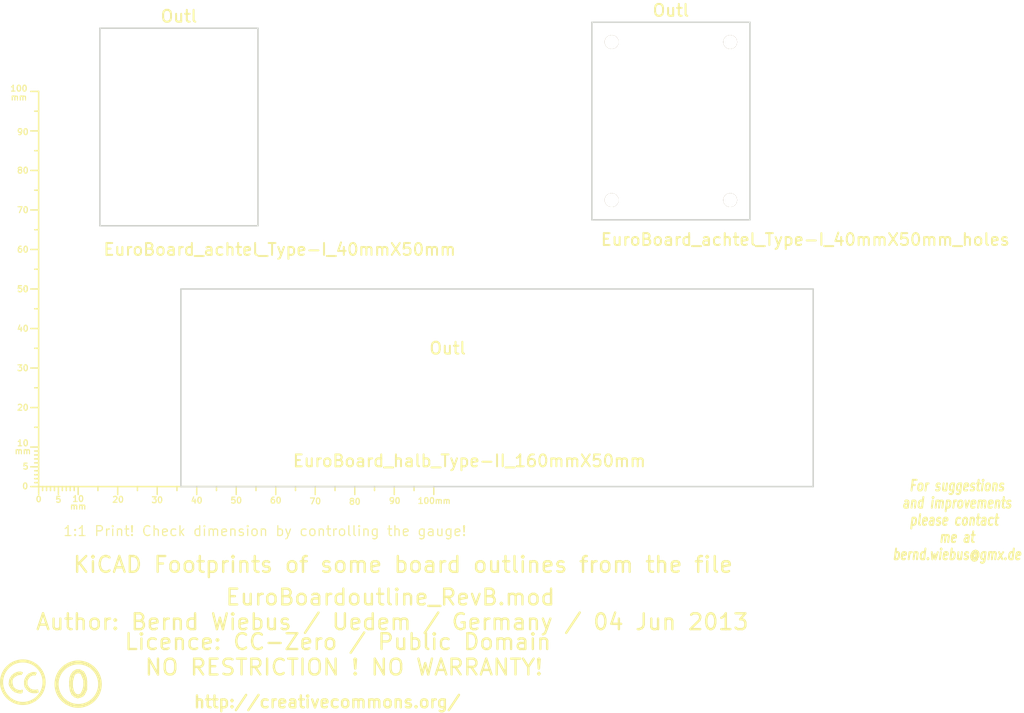
<source format=kicad_pcb>
(kicad_pcb (version 3) (host pcbnew "(2013-03-30 BZR 4007)-stable")

  (general
    (links 0)
    (no_connects 0)
    (area -16.90696 15.4963 284.55359 197.1694)
    (thickness 1.6002)
    (drawings 7)
    (tracks 0)
    (zones 0)
    (modules 6)
    (nets 1)
  )

  (page A4)
  (layers
    (15 Vorderseite signal)
    (0 Rückseite signal)
    (16 B.Adhes user)
    (17 F.Adhes user)
    (18 B.Paste user)
    (19 F.Paste user)
    (20 B.SilkS user)
    (21 F.SilkS user)
    (22 B.Mask user)
    (23 F.Mask user)
    (24 Dwgs.User user)
    (25 Cmts.User user)
    (26 Eco1.User user)
    (27 Eco2.User user)
    (28 Edge.Cuts user)
  )

  (setup
    (last_trace_width 0.2032)
    (trace_clearance 0.254)
    (zone_clearance 0.508)
    (zone_45_only no)
    (trace_min 0.2032)
    (segment_width 0.381)
    (edge_width 0.381)
    (via_size 0.889)
    (via_drill 0.635)
    (via_min_size 0.889)
    (via_min_drill 0.508)
    (uvia_size 0.508)
    (uvia_drill 0.127)
    (uvias_allowed no)
    (uvia_min_size 0.508)
    (uvia_min_drill 0.127)
    (pcb_text_width 0.3048)
    (pcb_text_size 1.524 2.032)
    (mod_edge_width 0.381)
    (mod_text_size 1.524 1.524)
    (mod_text_width 0.3048)
    (pad_size 1.524 1.524)
    (pad_drill 0.8128)
    (pad_to_mask_clearance 0.254)
    (aux_axis_origin 0 0)
    (visible_elements 7FFFFFFF)
    (pcbplotparams
      (layerselection 3178497)
      (usegerberextensions true)
      (excludeedgelayer true)
      (linewidth 60)
      (plotframeref false)
      (viasonmask false)
      (mode 1)
      (useauxorigin false)
      (hpglpennumber 1)
      (hpglpenspeed 20)
      (hpglpendiameter 15)
      (hpglpenoverlay 0)
      (psnegative false)
      (psa4output false)
      (plotreference true)
      (plotvalue true)
      (plotothertext true)
      (plotinvisibletext false)
      (padsonsilk false)
      (subtractmaskfromsilk false)
      (outputformat 1)
      (mirror false)
      (drillshape 1)
      (scaleselection 1)
      (outputdirectory ""))
  )

  (net 0 "")

  (net_class Default "Dies ist die voreingestellte Netzklasse."
    (clearance 0.254)
    (trace_width 0.2032)
    (via_dia 0.889)
    (via_drill 0.635)
    (uvia_dia 0.508)
    (uvia_drill 0.127)
    (add_net "")
  )

  (module Gauge_100mm_Type2_SilkScreenTop_RevA_Date22Jun2010 (layer Vorderseite) (tedit 4D963937) (tstamp 4D88F07A)
    (at 25 138)
    (descr "Gauge, Massstab, 100mm, SilkScreenTop, Type 2,")
    (tags "Gauge, Massstab, 100mm, SilkScreenTop, Type 2,")
    (path Gauge_100mm_Type2_SilkScreenTop_RevA_Date22Jun2010)
    (fp_text reference MSC (at 4.0005 8.99922) (layer F.SilkS) hide
      (effects (font (size 1.524 1.524) (thickness 0.3048)))
    )
    (fp_text value Gauge_100mm_Type2_SilkScreenTop_RevA_Date22Jun2010 (at 45.9994 8.99922) (layer F.SilkS) hide
      (effects (font (size 1.524 1.524) (thickness 0.3048)))
    )
    (fp_text user mm (at 9.99998 5.00126) (layer F.SilkS)
      (effects (font (size 1.524 1.524) (thickness 0.3048)))
    )
    (fp_text user mm (at -4.0005 -8.99922) (layer F.SilkS)
      (effects (font (size 1.524 1.524) (thickness 0.3048)))
    )
    (fp_text user mm (at -5.00126 -98.5012) (layer F.SilkS)
      (effects (font (size 1.524 1.524) (thickness 0.3048)))
    )
    (fp_text user 10 (at 10.00506 3.0988) (layer F.SilkS)
      (effects (font (size 1.50114 1.50114) (thickness 0.29972)))
    )
    (fp_text user 0 (at 0.00508 3.19786) (layer F.SilkS)
      (effects (font (size 1.39954 1.50114) (thickness 0.29972)))
    )
    (fp_text user 5 (at 5.0038 3.29946) (layer F.SilkS)
      (effects (font (size 1.50114 1.50114) (thickness 0.29972)))
    )
    (fp_text user 20 (at 20.1041 3.29946) (layer F.SilkS)
      (effects (font (size 1.50114 1.50114) (thickness 0.29972)))
    )
    (fp_text user 30 (at 30.00502 3.39852) (layer F.SilkS)
      (effects (font (size 1.50114 1.50114) (thickness 0.29972)))
    )
    (fp_text user 40 (at 40.005 3.50012) (layer F.SilkS)
      (effects (font (size 1.50114 1.50114) (thickness 0.29972)))
    )
    (fp_text user 50 (at 50.00498 3.50012) (layer F.SilkS)
      (effects (font (size 1.50114 1.50114) (thickness 0.29972)))
    )
    (fp_text user 60 (at 60.00496 3.50012) (layer F.SilkS)
      (effects (font (size 1.50114 1.50114) (thickness 0.29972)))
    )
    (fp_text user 70 (at 70.00494 3.70078) (layer F.SilkS)
      (effects (font (size 1.50114 1.50114) (thickness 0.29972)))
    )
    (fp_text user 80 (at 80.00492 3.79984) (layer F.SilkS)
      (effects (font (size 1.50114 1.50114) (thickness 0.29972)))
    )
    (fp_text user 90 (at 90.1065 3.60172) (layer F.SilkS)
      (effects (font (size 1.50114 1.50114) (thickness 0.29972)))
    )
    (fp_text user 100mm (at 100.10648 3.60172) (layer F.SilkS)
      (effects (font (size 1.50114 1.50114) (thickness 0.29972)))
    )
    (fp_line (start 0 -8.99922) (end -1.00076 -8.99922) (layer F.SilkS) (width 0.381))
    (fp_line (start 0 -8.001) (end -1.00076 -8.001) (layer F.SilkS) (width 0.381))
    (fp_line (start 0 -7.00024) (end -1.00076 -7.00024) (layer F.SilkS) (width 0.381))
    (fp_line (start 0 -5.99948) (end -1.00076 -5.99948) (layer F.SilkS) (width 0.381))
    (fp_line (start 0 -4.0005) (end -1.00076 -4.0005) (layer F.SilkS) (width 0.381))
    (fp_line (start 0 -2.99974) (end -1.00076 -2.99974) (layer F.SilkS) (width 0.381))
    (fp_line (start 0 -1.99898) (end -1.00076 -1.99898) (layer F.SilkS) (width 0.381))
    (fp_line (start 0 -1.00076) (end -1.00076 -1.00076) (layer F.SilkS) (width 0.381))
    (fp_line (start 0 0) (end -1.99898 0) (layer F.SilkS) (width 0.381))
    (fp_line (start 0 -5.00126) (end -1.99898 -5.00126) (layer F.SilkS) (width 0.381))
    (fp_line (start 0 -9.99998) (end -1.99898 -9.99998) (layer F.SilkS) (width 0.381))
    (fp_line (start 0 -15.00124) (end -1.00076 -15.00124) (layer F.SilkS) (width 0.381))
    (fp_line (start 0 -19.99996) (end -1.99898 -19.99996) (layer F.SilkS) (width 0.381))
    (fp_line (start 0 -25.00122) (end -1.00076 -25.00122) (layer F.SilkS) (width 0.381))
    (fp_line (start 0 -29.99994) (end -1.99898 -29.99994) (layer F.SilkS) (width 0.381))
    (fp_line (start 0 -35.0012) (end -1.00076 -35.0012) (layer F.SilkS) (width 0.381))
    (fp_line (start 0 -39.99992) (end -1.99898 -39.99992) (layer F.SilkS) (width 0.381))
    (fp_line (start 0 -45.00118) (end -1.00076 -45.00118) (layer F.SilkS) (width 0.381))
    (fp_line (start 0 -49.9999) (end -1.99898 -49.9999) (layer F.SilkS) (width 0.381))
    (fp_line (start 0 -55.00116) (end -1.00076 -55.00116) (layer F.SilkS) (width 0.381))
    (fp_line (start 0 -59.99988) (end -1.99898 -59.99988) (layer F.SilkS) (width 0.381))
    (fp_line (start 0 -65.00114) (end -1.00076 -65.00114) (layer F.SilkS) (width 0.381))
    (fp_line (start 0 -69.99986) (end -1.99898 -69.99986) (layer F.SilkS) (width 0.381))
    (fp_line (start 0 -75.00112) (end -1.00076 -75.00112) (layer F.SilkS) (width 0.381))
    (fp_line (start 0 -79.99984) (end -1.99898 -79.99984) (layer F.SilkS) (width 0.381))
    (fp_line (start 0 -85.0011) (end -1.00076 -85.0011) (layer F.SilkS) (width 0.381))
    (fp_line (start 0 -89.99982) (end -1.99898 -89.99982) (layer F.SilkS) (width 0.381))
    (fp_line (start 0 -95.00108) (end -1.00076 -95.00108) (layer F.SilkS) (width 0.381))
    (fp_line (start 0 0) (end 0 -99.9998) (layer F.SilkS) (width 0.381))
    (fp_line (start 0 -99.9998) (end -1.99898 -99.9998) (layer F.SilkS) (width 0.381))
    (fp_text user 100 (at -4.99872 -100.7491) (layer F.SilkS)
      (effects (font (size 1.50114 1.50114) (thickness 0.29972)))
    )
    (fp_text user 90 (at -4.0005 -89.7509) (layer F.SilkS)
      (effects (font (size 1.50114 1.50114) (thickness 0.29972)))
    )
    (fp_text user 80 (at -4.0005 -79.99984) (layer F.SilkS)
      (effects (font (size 1.50114 1.50114) (thickness 0.29972)))
    )
    (fp_text user 70 (at -4.0005 -69.99986) (layer F.SilkS)
      (effects (font (size 1.50114 1.50114) (thickness 0.29972)))
    )
    (fp_text user 60 (at -4.0005 -59.99988) (layer F.SilkS)
      (effects (font (size 1.50114 1.50114) (thickness 0.29972)))
    )
    (fp_text user 50 (at -4.0005 -49.9999) (layer F.SilkS)
      (effects (font (size 1.50114 1.50114) (thickness 0.34036)))
    )
    (fp_text user 40 (at -4.0005 -39.99992) (layer F.SilkS)
      (effects (font (size 1.50114 1.50114) (thickness 0.29972)))
    )
    (fp_text user 30 (at -4.0005 -29.99994) (layer F.SilkS)
      (effects (font (size 1.50114 1.50114) (thickness 0.29972)))
    )
    (fp_text user 20 (at -4.0005 -19.99996) (layer F.SilkS)
      (effects (font (size 1.50114 1.50114) (thickness 0.29972)))
    )
    (fp_line (start 95.00108 0) (end 95.00108 1.00076) (layer F.SilkS) (width 0.381))
    (fp_line (start 89.99982 0) (end 89.99982 1.99898) (layer F.SilkS) (width 0.381))
    (fp_line (start 85.0011 0) (end 85.0011 1.00076) (layer F.SilkS) (width 0.381))
    (fp_line (start 79.99984 0) (end 79.99984 1.99898) (layer F.SilkS) (width 0.381))
    (fp_line (start 75.00112 0) (end 75.00112 1.00076) (layer F.SilkS) (width 0.381))
    (fp_line (start 69.99986 0) (end 69.99986 1.99898) (layer F.SilkS) (width 0.381))
    (fp_line (start 65.00114 0) (end 65.00114 1.00076) (layer F.SilkS) (width 0.381))
    (fp_line (start 59.99988 0) (end 59.99988 1.99898) (layer F.SilkS) (width 0.381))
    (fp_line (start 55.00116 0) (end 55.00116 1.00076) (layer F.SilkS) (width 0.381))
    (fp_line (start 49.9999 0) (end 49.9999 1.99898) (layer F.SilkS) (width 0.381))
    (fp_line (start 45.00118 0) (end 45.00118 1.00076) (layer F.SilkS) (width 0.381))
    (fp_line (start 39.99992 0) (end 39.99992 1.99898) (layer F.SilkS) (width 0.381))
    (fp_line (start 35.0012 0) (end 35.0012 1.00076) (layer F.SilkS) (width 0.381))
    (fp_line (start 29.99994 0) (end 29.99994 1.99898) (layer F.SilkS) (width 0.381))
    (fp_line (start 25.00122 0) (end 25.00122 1.00076) (layer F.SilkS) (width 0.381))
    (fp_line (start 19.99996 0) (end 19.99996 1.99898) (layer F.SilkS) (width 0.381))
    (fp_line (start 15.00124 0) (end 15.00124 1.00076) (layer F.SilkS) (width 0.381))
    (fp_line (start 9.99998 0) (end 99.9998 0) (layer F.SilkS) (width 0.381))
    (fp_line (start 99.9998 0) (end 99.9998 1.99898) (layer F.SilkS) (width 0.381))
    (fp_text user 5 (at -3.302 -5.10286) (layer F.SilkS)
      (effects (font (size 1.50114 1.50114) (thickness 0.29972)))
    )
    (fp_text user 0 (at -3.4036 -0.10414) (layer F.SilkS)
      (effects (font (size 1.50114 1.50114) (thickness 0.29972)))
    )
    (fp_text user 10 (at -4.0005 -11.00074) (layer F.SilkS)
      (effects (font (size 1.50114 1.50114) (thickness 0.29972)))
    )
    (fp_line (start 8.99922 0) (end 8.99922 1.00076) (layer F.SilkS) (width 0.381))
    (fp_line (start 8.001 0) (end 8.001 1.00076) (layer F.SilkS) (width 0.381))
    (fp_line (start 7.00024 0) (end 7.00024 1.00076) (layer F.SilkS) (width 0.381))
    (fp_line (start 5.99948 0) (end 5.99948 1.00076) (layer F.SilkS) (width 0.381))
    (fp_line (start 4.0005 0) (end 4.0005 1.00076) (layer F.SilkS) (width 0.381))
    (fp_line (start 2.99974 0) (end 2.99974 1.00076) (layer F.SilkS) (width 0.381))
    (fp_line (start 1.99898 0) (end 1.99898 1.00076) (layer F.SilkS) (width 0.381))
    (fp_line (start 1.00076 0) (end 1.00076 1.00076) (layer F.SilkS) (width 0.381))
    (fp_line (start 5.00126 0) (end 5.00126 1.99898) (layer F.SilkS) (width 0.381))
    (fp_line (start 0 0) (end 0 1.99898) (layer F.SilkS) (width 0.381))
    (fp_line (start 0 0) (end 9.99998 0) (layer F.SilkS) (width 0.381))
    (fp_line (start 9.99998 0) (end 9.99998 1.99898) (layer F.SilkS) (width 0.381))
  )

  (module Symbol_CC-PublicDomain_SilkScreenTop_Big (layer Vorderseite) (tedit 515D641F) (tstamp 515F0B64)
    (at 35 188)
    (descr "Symbol, CC-PublicDomain, SilkScreen Top, Big,")
    (tags "Symbol, CC-PublicDomain, SilkScreen Top, Big,")
    (path Symbol_CC-Noncommercial_CopperTop_Big)
    (fp_text reference Sym (at 0.59944 -7.29996) (layer F.SilkS) hide
      (effects (font (size 1.524 1.524) (thickness 0.3048)))
    )
    (fp_text value Symbol_CC-PublicDomain_SilkScreenTop_Big (at 0.59944 8.001) (layer F.SilkS) hide
      (effects (font (size 1.524 1.524) (thickness 0.3048)))
    )
    (fp_circle (center 0 0) (end 5.8 -0.05) (layer F.SilkS) (width 0.381))
    (fp_circle (center 0 0) (end 5.5 0) (layer F.SilkS) (width 0.381))
    (fp_circle (center 0.05 0) (end 5.25 0) (layer F.SilkS) (width 0.381))
    (fp_line (start 1.1 -2.5) (end 1.4 -1.9) (layer F.SilkS) (width 0.381))
    (fp_line (start -1.8 1.2) (end -1.6 1.9) (layer F.SilkS) (width 0.381))
    (fp_line (start -1.6 1.9) (end -1.2 2.5) (layer F.SilkS) (width 0.381))
    (fp_line (start 0 -3) (end 0.75 -2.75) (layer F.SilkS) (width 0.381))
    (fp_line (start 0.75 -2.75) (end 1 -2.25) (layer F.SilkS) (width 0.381))
    (fp_line (start 1 -2.25) (end 1.5 -1) (layer F.SilkS) (width 0.381))
    (fp_line (start 1.5 -1) (end 1.5 -0.5) (layer F.SilkS) (width 0.381))
    (fp_line (start 1.5 -0.5) (end 1.5 0.5) (layer F.SilkS) (width 0.381))
    (fp_line (start 1.5 0.5) (end 1.25 1.5) (layer F.SilkS) (width 0.381))
    (fp_line (start 1.25 1.5) (end 0.75 2.5) (layer F.SilkS) (width 0.381))
    (fp_line (start 0.75 2.5) (end 0.25 2.75) (layer F.SilkS) (width 0.381))
    (fp_line (start 0.25 2.75) (end -0.25 2.75) (layer F.SilkS) (width 0.381))
    (fp_line (start -0.25 2.75) (end -0.75 2.5) (layer F.SilkS) (width 0.381))
    (fp_line (start -0.75 2.5) (end -1.25 1.75) (layer F.SilkS) (width 0.381))
    (fp_line (start -1.25 1.75) (end -1.5 0.75) (layer F.SilkS) (width 0.381))
    (fp_line (start -1.5 0.75) (end -1.5 -0.75) (layer F.SilkS) (width 0.381))
    (fp_line (start -1.5 -0.75) (end -1.25 -1.75) (layer F.SilkS) (width 0.381))
    (fp_line (start -1.25 -1.75) (end -1 -2.5) (layer F.SilkS) (width 0.381))
    (fp_line (start -1 -2.5) (end -0.3 -2.9) (layer F.SilkS) (width 0.381))
    (fp_line (start -0.3 -2.9) (end 0.2 -3) (layer F.SilkS) (width 0.381))
    (fp_line (start 0.2 -3) (end 0.8 -3) (layer F.SilkS) (width 0.381))
    (fp_line (start 0.8 -3) (end 1.4 -2.3) (layer F.SilkS) (width 0.381))
    (fp_line (start 1.4 -2.3) (end 1.6 -1.4) (layer F.SilkS) (width 0.381))
    (fp_line (start 1.6 -1.4) (end 1.7 -0.3) (layer F.SilkS) (width 0.381))
    (fp_line (start 1.7 -0.3) (end 1.7 0.9) (layer F.SilkS) (width 0.381))
    (fp_line (start 1.7 0.9) (end 1.4 1.8) (layer F.SilkS) (width 0.381))
    (fp_line (start 1.4 1.8) (end 1 2.7) (layer F.SilkS) (width 0.381))
    (fp_line (start 1 2.7) (end 0.5 3) (layer F.SilkS) (width 0.381))
    (fp_line (start 0.5 3) (end -0.4 3) (layer F.SilkS) (width 0.381))
    (fp_line (start -0.4 3) (end -1.3 2.3) (layer F.SilkS) (width 0.381))
    (fp_line (start -1.3 2.3) (end -1.7 1) (layer F.SilkS) (width 0.381))
    (fp_line (start -1.7 1) (end -1.8 -0.7) (layer F.SilkS) (width 0.381))
    (fp_line (start -1.8 -0.7) (end -1.4 -2.2) (layer F.SilkS) (width 0.381))
    (fp_line (start -1.4 -2.2) (end -1 -2.9) (layer F.SilkS) (width 0.381))
    (fp_line (start -1 -2.9) (end -0.2 -3.3) (layer F.SilkS) (width 0.381))
    (fp_line (start -0.2 -3.3) (end 0.7 -3.2) (layer F.SilkS) (width 0.381))
    (fp_line (start 0.7 -3.2) (end 1.3 -3.1) (layer F.SilkS) (width 0.381))
    (fp_line (start 1.3 -3.1) (end 1.7 -2.4) (layer F.SilkS) (width 0.381))
    (fp_line (start 1.7 -2.4) (end 2 -1.6) (layer F.SilkS) (width 0.381))
    (fp_line (start 2 -1.6) (end 2.1 -0.6) (layer F.SilkS) (width 0.381))
    (fp_line (start 2.1 -0.6) (end 2.1 0.3) (layer F.SilkS) (width 0.381))
    (fp_line (start 2.1 0.3) (end 2.1 1.3) (layer F.SilkS) (width 0.381))
    (fp_line (start 2.1 1.3) (end 1.9 1.8) (layer F.SilkS) (width 0.381))
    (fp_line (start 1.9 1.8) (end 1.5 2.6) (layer F.SilkS) (width 0.381))
    (fp_line (start 1.5 2.6) (end 1.1 3) (layer F.SilkS) (width 0.381))
    (fp_line (start 1.1 3) (end 0.4 3.3) (layer F.SilkS) (width 0.381))
    (fp_line (start 0.4 3.3) (end -0.1 3.4) (layer F.SilkS) (width 0.381))
    (fp_line (start -0.1 3.4) (end -0.8 3.2) (layer F.SilkS) (width 0.381))
    (fp_line (start -0.8 3.2) (end -1.5 2.6) (layer F.SilkS) (width 0.381))
    (fp_line (start -1.5 2.6) (end -1.9 1.7) (layer F.SilkS) (width 0.381))
    (fp_line (start -1.9 1.7) (end -2.1 0.4) (layer F.SilkS) (width 0.381))
    (fp_line (start -2.1 0.4) (end -2.1 -0.6) (layer F.SilkS) (width 0.381))
    (fp_line (start -2.1 -0.6) (end -2 -1.6) (layer F.SilkS) (width 0.381))
    (fp_line (start -2 -1.6) (end -1.7 -2.4) (layer F.SilkS) (width 0.381))
    (fp_line (start -1.7 -2.4) (end -1.2 -3.1) (layer F.SilkS) (width 0.381))
    (fp_line (start -1.2 -3.1) (end -0.4 -3.6) (layer F.SilkS) (width 0.381))
    (fp_line (start -0.4 -3.6) (end 0.4 -3.6) (layer F.SilkS) (width 0.381))
    (fp_line (start 0.4 -3.6) (end 1.1 -3.2) (layer F.SilkS) (width 0.381))
    (fp_line (start 1.1 -3.2) (end 1.1 -2.9) (layer F.SilkS) (width 0.381))
    (fp_line (start 1.1 -2.9) (end 1.8 -1.5) (layer F.SilkS) (width 0.381))
    (fp_line (start 1.8 -1.5) (end 1.8 -0.4) (layer F.SilkS) (width 0.381))
    (fp_line (start 1.8 -0.4) (end 1.8 1.1) (layer F.SilkS) (width 0.381))
    (fp_line (start 1.8 1.1) (end 1.2 2.6) (layer F.SilkS) (width 0.381))
    (fp_line (start 1.2 2.6) (end 0.2 3.2) (layer F.SilkS) (width 0.381))
    (fp_line (start 0.2 3.2) (end -0.5 3.2) (layer F.SilkS) (width 0.381))
    (fp_line (start -0.5 3.2) (end -1.1 2.7) (layer F.SilkS) (width 0.381))
    (fp_line (start -1.1 2.7) (end -1.9 0.6) (layer F.SilkS) (width 0.381))
    (fp_line (start -1.9 0.6) (end -1.7 -1.9) (layer F.SilkS) (width 0.381))
  )

  (module Symbol_CreativeCommons_SilkScreenTop_Type2_Big (layer Vorderseite) (tedit 515D640C) (tstamp 515F46B2)
    (at 21 187.5)
    (descr "Symbol, Creative Commons, SilkScreen Top, Type 2, Big,")
    (tags "Symbol, Creative Commons, SilkScreen Top, Type 2, Big,")
    (path Symbol_CreativeCommons_CopperTop_Type2_Big)
    (fp_text reference Sym (at 0.59944 -7.29996) (layer F.SilkS) hide
      (effects (font (size 1.524 1.524) (thickness 0.3048)))
    )
    (fp_text value Symbol_CreativeCommons_Typ2_SilkScreenTop_Big (at 0.59944 8.001) (layer F.SilkS) hide
      (effects (font (size 1.524 1.524) (thickness 0.3048)))
    )
    (fp_line (start -0.70104 2.70002) (end -0.29972 2.60096) (layer F.SilkS) (width 0.381))
    (fp_line (start -0.29972 2.60096) (end -0.20066 2.10058) (layer F.SilkS) (width 0.381))
    (fp_line (start -2.49936 -1.69926) (end -2.70002 -1.6002) (layer F.SilkS) (width 0.381))
    (fp_line (start -2.70002 -1.6002) (end -3.0988 -1.00076) (layer F.SilkS) (width 0.381))
    (fp_line (start -3.0988 -1.00076) (end -3.29946 -0.50038) (layer F.SilkS) (width 0.381))
    (fp_line (start -3.29946 -0.50038) (end -3.40106 0.39878) (layer F.SilkS) (width 0.381))
    (fp_line (start -3.40106 0.39878) (end -3.29946 0.89916) (layer F.SilkS) (width 0.381))
    (fp_line (start -0.19812 2.4003) (end -0.29718 2.59842) (layer F.SilkS) (width 0.381))
    (fp_line (start 3.70078 2.10058) (end 3.79984 2.4003) (layer F.SilkS) (width 0.381))
    (fp_line (start 2.99974 -2.4003) (end 3.29946 -2.30124) (layer F.SilkS) (width 0.381))
    (fp_line (start 3.29946 -2.30124) (end 3.0988 -1.99898) (layer F.SilkS) (width 0.381))
    (fp_line (start 0 -5.40004) (end -0.50038 -5.40004) (layer F.SilkS) (width 0.381))
    (fp_line (start -0.50038 -5.40004) (end -1.30048 -5.10032) (layer F.SilkS) (width 0.381))
    (fp_line (start -1.30048 -5.10032) (end -1.99898 -4.89966) (layer F.SilkS) (width 0.381))
    (fp_line (start -1.99898 -4.89966) (end -2.70002 -4.699) (layer F.SilkS) (width 0.381))
    (fp_line (start -2.70002 -4.699) (end -3.29946 -4.20116) (layer F.SilkS) (width 0.381))
    (fp_line (start -3.29946 -4.20116) (end -4.0005 -3.59918) (layer F.SilkS) (width 0.381))
    (fp_line (start -4.0005 -3.59918) (end -4.50088 -2.99974) (layer F.SilkS) (width 0.381))
    (fp_line (start -4.50088 -2.99974) (end -5.00126 -2.10058) (layer F.SilkS) (width 0.381))
    (fp_line (start -5.00126 -2.10058) (end -5.30098 -1.09982) (layer F.SilkS) (width 0.381))
    (fp_line (start -5.30098 -1.09982) (end -5.40004 0.09906) (layer F.SilkS) (width 0.381))
    (fp_line (start -5.40004 0.09906) (end -5.19938 1.30048) (layer F.SilkS) (width 0.381))
    (fp_line (start -5.19938 1.30048) (end -4.8006 2.4003) (layer F.SilkS) (width 0.381))
    (fp_line (start -4.8006 2.4003) (end -3.79984 3.8989) (layer F.SilkS) (width 0.381))
    (fp_line (start -3.79984 3.8989) (end -2.60096 4.8006) (layer F.SilkS) (width 0.381))
    (fp_line (start -2.60096 4.8006) (end -1.30048 5.30098) (layer F.SilkS) (width 0.381))
    (fp_line (start -1.30048 5.30098) (end 0.09906 5.30098) (layer F.SilkS) (width 0.381))
    (fp_line (start 0.09906 5.30098) (end 1.6002 5.19938) (layer F.SilkS) (width 0.381))
    (fp_line (start 1.6002 5.19938) (end 2.60096 4.699) (layer F.SilkS) (width 0.381))
    (fp_line (start 2.60096 4.699) (end 4.20116 3.40106) (layer F.SilkS) (width 0.381))
    (fp_line (start 4.20116 3.40106) (end 5.00126 1.80086) (layer F.SilkS) (width 0.381))
    (fp_line (start 5.00126 1.80086) (end 5.40004 0.29972) (layer F.SilkS) (width 0.381))
    (fp_line (start 5.40004 0.29972) (end 5.19938 -1.39954) (layer F.SilkS) (width 0.381))
    (fp_line (start 5.19938 -1.39954) (end 4.699 -2.49936) (layer F.SilkS) (width 0.381))
    (fp_line (start 4.699 -2.49936) (end 3.40106 -4.09956) (layer F.SilkS) (width 0.381))
    (fp_line (start 3.40106 -4.09956) (end 2.4003 -4.8006) (layer F.SilkS) (width 0.381))
    (fp_line (start 2.4003 -4.8006) (end 1.39954 -5.19938) (layer F.SilkS) (width 0.381))
    (fp_line (start 1.39954 -5.19938) (end 0 -5.30098) (layer F.SilkS) (width 0.381))
    (fp_line (start 0.60198 -0.70104) (end 0.50292 -0.20066) (layer F.SilkS) (width 0.381))
    (fp_line (start 0.50292 -0.20066) (end 0.50292 0.49784) (layer F.SilkS) (width 0.381))
    (fp_line (start 0.50292 0.49784) (end 0.60198 1.09982) (layer F.SilkS) (width 0.381))
    (fp_line (start 0.60198 1.09982) (end 1.00076 1.69926) (layer F.SilkS) (width 0.381))
    (fp_line (start 1.00076 1.69926) (end 1.50114 2.19964) (layer F.SilkS) (width 0.381))
    (fp_line (start 1.50114 2.19964) (end 2.10058 2.49936) (layer F.SilkS) (width 0.381))
    (fp_line (start 2.10058 2.49936) (end 2.60096 2.59842) (layer F.SilkS) (width 0.381))
    (fp_line (start 2.60096 2.59842) (end 3.00228 2.59842) (layer F.SilkS) (width 0.381))
    (fp_line (start 3.00228 2.59842) (end 3.40106 2.59842) (layer F.SilkS) (width 0.381))
    (fp_line (start 3.40106 2.59842) (end 3.80238 2.49936) (layer F.SilkS) (width 0.381))
    (fp_line (start 3.80238 2.49936) (end 3.70078 2.2987) (layer F.SilkS) (width 0.381))
    (fp_line (start 3.70078 2.2987) (end 2.80162 2.4003) (layer F.SilkS) (width 0.381))
    (fp_line (start 2.80162 2.4003) (end 1.80086 2.09804) (layer F.SilkS) (width 0.381))
    (fp_line (start 1.80086 2.09804) (end 1.20142 1.6002) (layer F.SilkS) (width 0.381))
    (fp_line (start 1.20142 1.6002) (end 0.80264 0.6985) (layer F.SilkS) (width 0.381))
    (fp_line (start 0.80264 0.6985) (end 0.70104 -0.29972) (layer F.SilkS) (width 0.381))
    (fp_line (start 0.70104 -0.29972) (end 1.00076 -1.00076) (layer F.SilkS) (width 0.381))
    (fp_line (start 1.00076 -1.00076) (end 1.60274 -1.7018) (layer F.SilkS) (width 0.381))
    (fp_line (start 1.60274 -1.7018) (end 2.30124 -2.10058) (layer F.SilkS) (width 0.381))
    (fp_line (start 2.30124 -2.10058) (end 3.00228 -2.10058) (layer F.SilkS) (width 0.381))
    (fp_line (start 3.00228 -2.10058) (end 3.10134 -1.89992) (layer F.SilkS) (width 0.381))
    (fp_line (start 3.10134 -1.89992) (end 2.5019 -1.89992) (layer F.SilkS) (width 0.381))
    (fp_line (start 2.5019 -1.89992) (end 1.80086 -1.6002) (layer F.SilkS) (width 0.381))
    (fp_line (start 1.80086 -1.6002) (end 1.30048 -1.00076) (layer F.SilkS) (width 0.381))
    (fp_line (start 1.30048 -1.00076) (end 1.00076 -0.40132) (layer F.SilkS) (width 0.381))
    (fp_line (start 1.00076 -0.40132) (end 1.00076 0.09906) (layer F.SilkS) (width 0.381))
    (fp_line (start 1.00076 0.09906) (end 1.00076 0.6985) (layer F.SilkS) (width 0.381))
    (fp_line (start 1.00076 0.6985) (end 1.30048 1.19888) (layer F.SilkS) (width 0.381))
    (fp_line (start 1.30048 1.19888) (end 1.7018 1.69926) (layer F.SilkS) (width 0.381))
    (fp_line (start 1.7018 1.69926) (end 2.30124 1.99898) (layer F.SilkS) (width 0.381))
    (fp_line (start 2.30124 1.99898) (end 2.90068 2.09804) (layer F.SilkS) (width 0.381))
    (fp_line (start 2.90068 2.09804) (end 3.40106 2.09804) (layer F.SilkS) (width 0.381))
    (fp_line (start 3.40106 2.09804) (end 3.70078 1.99898) (layer F.SilkS) (width 0.381))
    (fp_line (start 3.00228 -2.4003) (end 2.40284 -2.4003) (layer F.SilkS) (width 0.381))
    (fp_line (start 2.40284 -2.4003) (end 2.00152 -2.20218) (layer F.SilkS) (width 0.381))
    (fp_line (start 2.00152 -2.20218) (end 1.50114 -2.00152) (layer F.SilkS) (width 0.381))
    (fp_line (start 1.50114 -2.00152) (end 1.10236 -1.6002) (layer F.SilkS) (width 0.381))
    (fp_line (start 1.10236 -1.6002) (end 0.80264 -1.09982) (layer F.SilkS) (width 0.381))
    (fp_line (start 0.80264 -1.09982) (end 0.60198 -0.70104) (layer F.SilkS) (width 0.381))
    (fp_line (start -0.39878 -1.99898) (end -0.89916 -1.99898) (layer F.SilkS) (width 0.381))
    (fp_line (start -0.89916 -1.99898) (end -1.39954 -1.89738) (layer F.SilkS) (width 0.381))
    (fp_line (start -1.39954 -1.89738) (end -1.89992 -1.59766) (layer F.SilkS) (width 0.381))
    (fp_line (start -1.89992 -1.59766) (end -2.4003 -1.19888) (layer F.SilkS) (width 0.381))
    (fp_line (start -2.4003 -1.30048) (end -2.70002 -0.8001) (layer F.SilkS) (width 0.381))
    (fp_line (start -2.70002 -0.8001) (end -2.79908 -0.29972) (layer F.SilkS) (width 0.381))
    (fp_line (start -2.79908 -0.29972) (end -2.79908 0.20066) (layer F.SilkS) (width 0.381))
    (fp_line (start -2.79908 0.20066) (end -2.59842 1.00076) (layer F.SilkS) (width 0.381))
    (fp_line (start -2.69748 1.00076) (end -2.39776 1.39954) (layer F.SilkS) (width 0.381))
    (fp_line (start -2.29616 1.4986) (end -1.79578 1.89992) (layer F.SilkS) (width 0.381))
    (fp_line (start -1.79578 1.89992) (end -1.29794 2.09804) (layer F.SilkS) (width 0.381))
    (fp_line (start -1.29794 2.09804) (end -0.89662 2.19964) (layer F.SilkS) (width 0.381))
    (fp_line (start -0.89662 2.19964) (end -0.49784 2.19964) (layer F.SilkS) (width 0.381))
    (fp_line (start -0.49784 2.19964) (end -0.19812 2.09804) (layer F.SilkS) (width 0.381))
    (fp_line (start -0.19812 2.09804) (end -0.29718 2.4003) (layer F.SilkS) (width 0.381))
    (fp_line (start -0.29718 2.4003) (end -0.89662 2.49936) (layer F.SilkS) (width 0.381))
    (fp_line (start -0.89662 2.49936) (end -1.59766 2.2987) (layer F.SilkS) (width 0.381))
    (fp_line (start -1.59766 2.2987) (end -2.29616 1.79832) (layer F.SilkS) (width 0.381))
    (fp_line (start -2.29616 1.79832) (end -2.79654 1.29794) (layer F.SilkS) (width 0.381))
    (fp_line (start -2.79908 1.39954) (end -2.99974 0.70104) (layer F.SilkS) (width 0.381))
    (fp_line (start -2.99974 0.70104) (end -3.0988 0) (layer F.SilkS) (width 0.381))
    (fp_line (start -3.0988 0) (end -2.99974 -0.59944) (layer F.SilkS) (width 0.381))
    (fp_line (start -2.99974 -0.8001) (end -2.70002 -1.30048) (layer F.SilkS) (width 0.381))
    (fp_line (start -2.70002 -1.09982) (end -2.19964 -1.6002) (layer F.SilkS) (width 0.381))
    (fp_line (start -2.19964 -1.69926) (end -1.69926 -1.99898) (layer F.SilkS) (width 0.381))
    (fp_line (start -1.69926 -1.99898) (end -1.19888 -2.19964) (layer F.SilkS) (width 0.381))
    (fp_line (start -1.19888 -2.19964) (end -0.6985 -2.19964) (layer F.SilkS) (width 0.381))
    (fp_line (start -0.6985 -2.19964) (end -0.29972 -2.19964) (layer F.SilkS) (width 0.381))
    (fp_line (start -0.29972 -2.19964) (end -0.20066 -2.39776) (layer F.SilkS) (width 0.381))
    (fp_line (start -0.20066 -2.39776) (end -0.59944 -2.49936) (layer F.SilkS) (width 0.381))
    (fp_line (start -0.59944 -2.49936) (end -1.00076 -2.49936) (layer F.SilkS) (width 0.381))
    (fp_line (start -1.00076 -2.49936) (end -1.4986 -2.39776) (layer F.SilkS) (width 0.381))
    (fp_line (start -1.4986 -2.39776) (end -2.10058 -2.09804) (layer F.SilkS) (width 0.381))
    (fp_line (start -2.10058 -2.09804) (end -2.59842 -1.69926) (layer F.SilkS) (width 0.381))
    (fp_line (start -2.59842 -1.6002) (end -3.0988 -0.89916) (layer F.SilkS) (width 0.381))
    (fp_line (start -3.0988 -0.89916) (end -3.29946 -0.29972) (layer F.SilkS) (width 0.381))
    (fp_line (start -3.29946 -0.29972) (end -3.29946 0.40132) (layer F.SilkS) (width 0.381))
    (fp_line (start -3.29946 0.40132) (end -3.2004 1.00076) (layer F.SilkS) (width 0.381))
    (fp_line (start -3.29946 0.8001) (end -2.99974 1.39954) (layer F.SilkS) (width 0.381))
    (fp_line (start -2.89814 1.4986) (end -2.49682 1.99898) (layer F.SilkS) (width 0.381))
    (fp_line (start -2.49682 1.99898) (end -1.89738 2.4003) (layer F.SilkS) (width 0.381))
    (fp_line (start -1.89738 2.4003) (end -1.19634 2.59842) (layer F.SilkS) (width 0.381))
    (fp_line (start -1.19634 2.59842) (end -0.69596 2.70002) (layer F.SilkS) (width 0.381))
    (fp_line (start -2.9972 1.19888) (end -2.59842 1.19888) (layer F.SilkS) (width 0.381))
    (fp_circle (center 0 0) (end 5.08 1.016) (layer F.SilkS) (width 0.381))
    (fp_circle (center 0 0) (end 5.588 0) (layer F.SilkS) (width 0.381))
  )

  (module EuroBoard_achtel_Type-I_40mmX50mm (layer Vorderseite) (tedit 51AE1AB0) (tstamp 51AE1D9B)
    (at 40.5 72)
    (descr "Outline, Eurocard 1/8, Type I,  40x50mm,")
    (tags "Outline, Eurocard 1/8, Type I, 40x50mm,")
    (fp_text reference Outl (at 19.99996 -52.99964) (layer F.SilkS)
      (effects (font (size 2.99974 2.99974) (thickness 0.50038)))
    )
    (fp_text value EuroBoard_achtel_Type-I_40mmX50mm (at 45.5 6) (layer F.SilkS)
      (effects (font (size 3.00228 3.00228) (thickness 0.50038)))
    )
    (fp_line (start 0 0) (end 39.99992 0) (layer Edge.Cuts) (width 0.381))
    (fp_line (start 39.99992 0) (end 39.99992 -49.9999) (layer Edge.Cuts) (width 0.381))
    (fp_line (start 39.99992 -49.9999) (end 0 -49.9999) (layer Edge.Cuts) (width 0.381))
    (fp_line (start 0 -49.9999) (end 0 0) (layer Edge.Cuts) (width 0.381))
  )

  (module EuroBoard_achtel_Type-I_40mmX50mm_holes (layer Vorderseite) (tedit 51AE1A96) (tstamp 51AE1E64)
    (at 165 70.5)
    (descr "Outline, Eurocard 1/8, Type I,  40x50mm, with holes 3,5mm,")
    (tags "Outline, Eurocard 1/8, Type I, 40x50mm, with holes 3,5mm,")
    (fp_text reference Outl (at 19.99996 -52.99964) (layer F.SilkS)
      (effects (font (size 2.99974 2.99974) (thickness 0.50038)))
    )
    (fp_text value EuroBoard_achtel_Type-I_40mmX50mm_holes (at 54 5) (layer F.SilkS)
      (effects (font (size 3.00228 3.00228) (thickness 0.50038)))
    )
    (fp_line (start 0 0) (end 39.99992 0) (layer Edge.Cuts) (width 0.381))
    (fp_line (start 39.99992 0) (end 39.99992 -49.9999) (layer Edge.Cuts) (width 0.381))
    (fp_line (start 39.99992 -49.9999) (end 0 -49.9999) (layer Edge.Cuts) (width 0.381))
    (fp_line (start 0 -49.9999) (end 0 0) (layer Edge.Cuts) (width 0.381))
    (pad 1 thru_hole circle (at 5.00126 -5.00126) (size 3.50012 3.50012) (drill 3.50012)
      (layers *.Cu *.Mask F.SilkS)
    )
    (pad 2 thru_hole circle (at 5.00126 -45.00118) (size 3.50012 3.50012) (drill 3.50012)
      (layers *.Cu *.Mask F.SilkS)
    )
    (pad 3 thru_hole circle (at 35.0012 -45.00118) (size 3.50012 3.50012) (drill 3.50012)
      (layers *.Cu *.Mask F.SilkS)
    )
    (pad 4 thru_hole circle (at 35.0012 -5.00126) (size 3.50012 3.50012) (drill 3.50012)
      (layers *.Cu *.Mask F.SilkS)
    )
  )

  (module EuroBoard_halb_Type-II_160mmX50mm (layer Vorderseite) (tedit 51AE1A7A) (tstamp 51AE1F2D)
    (at 61 138)
    (descr "Outline, Eurocard 1/2, Type II, 160x50mm,")
    (tags "Outline, Eurocard 1/2, Type II, 160x50mm,")
    (path EuroBoard-halb-100mmX80mm)
    (fp_text reference Outl (at 67.5 -35) (layer F.SilkS)
      (effects (font (size 2.99974 2.99974) (thickness 0.50038)))
    )
    (fp_text value EuroBoard_halb_Type-II_160mmX50mm (at 73 -6.5) (layer F.SilkS)
      (effects (font (size 3.00228 3.00228) (thickness 0.50038)))
    )
    (fp_line (start 0 0) (end 159.99968 0) (layer Edge.Cuts) (width 0.381))
    (fp_line (start 159.99968 0) (end 159.99968 -49.9999) (layer Edge.Cuts) (width 0.381))
    (fp_line (start 159.99968 -49.9999) (end 0 -49.9999) (layer Edge.Cuts) (width 0.381))
    (fp_line (start 0 -49.9999) (end 0 0) (layer Edge.Cuts) (width 0.381))
  )

  (gr_text http://creativecommons.org/ (at 98 192.5) (layer F.SilkS)
    (effects (font (size 3 3) (thickness 0.6)))
  )
  (gr_text "For suggestions\nand improvements\nplease contact \nme at\nbernd.wiebus@gmx.de" (at 257.41884 146.4691) (layer F.SilkS)
    (effects (font (size 2.70002 1.99898) (thickness 0.50038) italic))
  )
  (gr_text "1:1 Print! Check dimension by controlling the gauge!" (at 82.24882 149.25014) (layer F.SilkS)
    (effects (font (size 2.49936 2.49936) (thickness 0.29972)))
  )
  (gr_text "Licence: CC-Zero / Public Domain \nNO RESTRICTION ! NO WARRANTY!" (at 102.2501 180.50064) (layer F.SilkS)
    (effects (font (size 4.0005 4.0005) (thickness 0.59944)))
  )
  (gr_text "Author: Bernd Wiebus / Uedem / Germany / 04 Jun 2013" (at 114.50012 172.24958) (layer F.SilkS)
    (effects (font (size 4.0005 4.0005) (thickness 0.59944)))
  )
  (gr_text EuroBoardoutline_RevB.mod (at 114.00028 165.9989) (layer F.SilkS)
    (effects (font (size 4.0005 4.0005) (thickness 0.59944)))
  )
  (gr_text "KiCAD Footprints of some board outlines from the file " (at 118.75008 157.74898) (layer F.SilkS)
    (effects (font (size 4.0005 4.0005) (thickness 0.59944)))
  )

)

</source>
